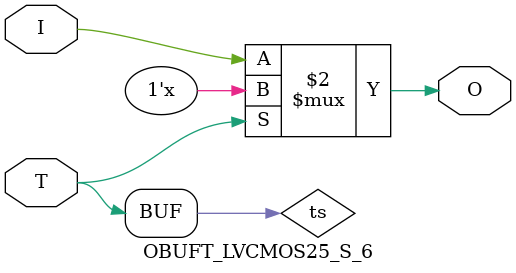
<source format=v>

/*

FUNCTION	: TRI-STATE OUTPUT BUFFER

*/

`celldefine
`timescale  100 ps / 10 ps

module OBUFT_LVCMOS25_S_6 (O, I, T);

    output O;

    input  I, T;

    or O1 (ts, 1'b0, T);
    bufif0 T1 (O, I, ts);

endmodule

</source>
